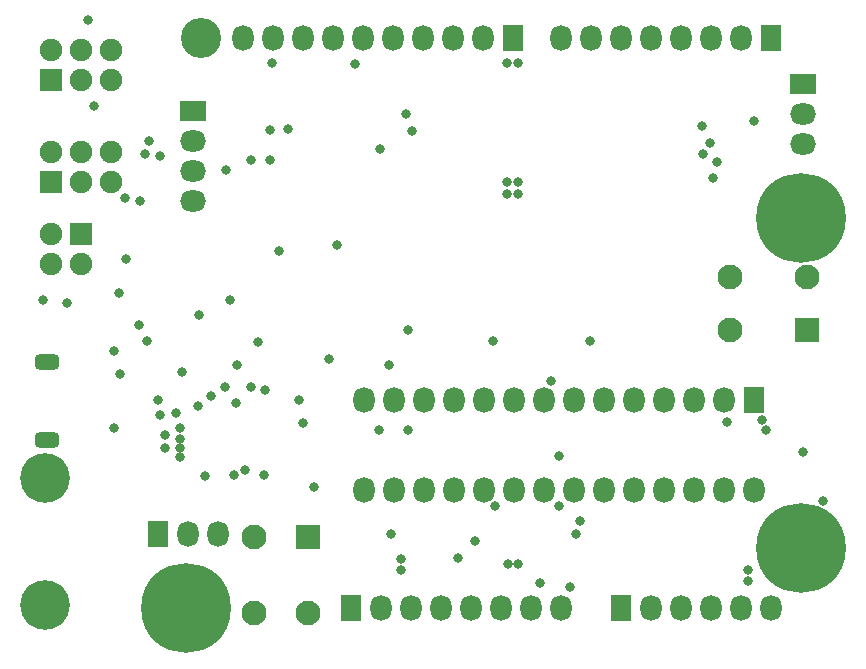
<source format=gbs>
G04*
G04 #@! TF.GenerationSoftware,Altium Limited,Altium Designer,20.0.7 (75)*
G04*
G04 Layer_Color=16711935*
%FSLAX44Y44*%
%MOMM*%
G71*
G01*
G75*
%ADD53R,2.1000X2.1000*%
%ADD60O,1.8000X2.2000*%
%ADD61R,1.8000X2.2000*%
%ADD62C,2.1000*%
%ADD63R,2.1000X2.1000*%
%ADD64C,4.2000*%
%ADD65C,1.9000*%
%ADD66R,1.9000X1.9000*%
%ADD67C,3.4000*%
%ADD68C,7.6000*%
%ADD69O,2.2000X1.8000*%
%ADD70R,2.2000X1.8000*%
G04:AMPARAMS|DCode=71|XSize=2.1mm|YSize=1.3mm|CornerRadius=0.41mm|HoleSize=0mm|Usage=FLASHONLY|Rotation=0.000|XOffset=0mm|YOffset=0mm|HoleType=Round|Shape=RoundedRectangle|*
%AMROUNDEDRECTD71*
21,1,2.1000,0.4800,0,0,0.0*
21,1,1.2800,1.3000,0,0,0.0*
1,1,0.8200,0.6400,-0.2400*
1,1,0.8200,-0.6400,-0.2400*
1,1,0.8200,-0.6400,0.2400*
1,1,0.8200,0.6400,0.2400*
%
%ADD71ROUNDEDRECTD71*%
%ADD72C,0.8000*%
D53*
X243000Y86000D02*
D03*
D60*
X290450Y125730D02*
D03*
X315850D02*
D03*
X341250D02*
D03*
X366650D02*
D03*
X392050D02*
D03*
X417450D02*
D03*
X442850D02*
D03*
X468250D02*
D03*
X493650D02*
D03*
X519050D02*
D03*
X544450D02*
D03*
X569850D02*
D03*
X595250D02*
D03*
X620650D02*
D03*
X290450Y201930D02*
D03*
X315850D02*
D03*
X341250D02*
D03*
X366650D02*
D03*
X392050D02*
D03*
X417450D02*
D03*
X442850D02*
D03*
X468250D02*
D03*
X493650D02*
D03*
X519050D02*
D03*
X544450D02*
D03*
X569850D02*
D03*
X595250D02*
D03*
X533400Y25400D02*
D03*
X558800D02*
D03*
X584200D02*
D03*
X609600D02*
D03*
X635000D02*
D03*
X391160Y508000D02*
D03*
X365760D02*
D03*
X340360D02*
D03*
X314960D02*
D03*
X289560D02*
D03*
X264160D02*
D03*
X238760D02*
D03*
X213360D02*
D03*
X187960D02*
D03*
X457200Y25400D02*
D03*
X431800D02*
D03*
X406400D02*
D03*
X381000D02*
D03*
X355600D02*
D03*
X330200D02*
D03*
X304800D02*
D03*
X457200Y508000D02*
D03*
X482600D02*
D03*
X508000D02*
D03*
X533400D02*
D03*
X558800D02*
D03*
X584200D02*
D03*
X609600D02*
D03*
X167000Y88000D02*
D03*
X141600D02*
D03*
D61*
X620650Y201930D02*
D03*
X508000Y25400D02*
D03*
X416560Y508000D02*
D03*
X279400Y25400D02*
D03*
X635000Y508000D02*
D03*
X116200Y88000D02*
D03*
D62*
X601000Y261000D02*
D03*
Y306000D02*
D03*
X666000D02*
D03*
X243000Y21000D02*
D03*
X198000D02*
D03*
Y86000D02*
D03*
D63*
X666000Y261000D02*
D03*
D64*
X21000Y28000D02*
D03*
Y136000D02*
D03*
D65*
X76200Y497840D02*
D03*
X50800D02*
D03*
X25400D02*
D03*
X76200Y472440D02*
D03*
X50800D02*
D03*
X76200Y411480D02*
D03*
X50800D02*
D03*
X25400D02*
D03*
X76200Y386080D02*
D03*
X50800D02*
D03*
X25400Y316600D02*
D03*
X50800D02*
D03*
X25400Y342000D02*
D03*
D66*
Y472440D02*
D03*
Y386080D02*
D03*
X50800Y342000D02*
D03*
D67*
X152400Y508000D02*
D03*
D68*
X139700Y25400D02*
D03*
X660400Y76200D02*
D03*
Y355600D02*
D03*
D69*
X146000Y369800D02*
D03*
Y395200D02*
D03*
Y420600D02*
D03*
X662000Y418200D02*
D03*
Y443600D02*
D03*
D70*
X146000Y446000D02*
D03*
X662000Y469000D02*
D03*
D71*
X21995Y234000D02*
D03*
Y168000D02*
D03*
D72*
X183000Y231500D02*
D03*
X219000Y328000D02*
D03*
X213000Y487000D02*
D03*
X304000Y414000D02*
D03*
X174000Y396000D02*
D03*
X182000Y199000D02*
D03*
X107000Y252000D02*
D03*
X122000Y161000D02*
D03*
Y172000D02*
D03*
X135000Y153000D02*
D03*
Y161000D02*
D03*
Y169000D02*
D03*
Y178000D02*
D03*
X412000Y487000D02*
D03*
X421000D02*
D03*
Y376000D02*
D03*
Y386000D02*
D03*
X412000Y376000D02*
D03*
X328000Y176000D02*
D03*
X412000Y386000D02*
D03*
X328000Y261000D02*
D03*
X312000Y231000D02*
D03*
X326000Y444000D02*
D03*
X331000Y429000D02*
D03*
X239000Y182000D02*
D03*
X578000Y410000D02*
D03*
X584000Y419000D02*
D03*
X577000Y434000D02*
D03*
X616000Y48000D02*
D03*
Y58000D02*
D03*
X201000Y251000D02*
D03*
X177000Y286000D02*
D03*
X679000Y116000D02*
D03*
X456000Y154000D02*
D03*
X402000Y112000D02*
D03*
X413000Y63000D02*
D03*
X465000Y43000D02*
D03*
X440000Y47000D02*
D03*
X385000Y82000D02*
D03*
X370000Y68000D02*
D03*
X322000Y67000D02*
D03*
X39000Y284000D02*
D03*
X89000Y321000D02*
D03*
X105000Y410000D02*
D03*
X109000Y421000D02*
D03*
X207000Y210000D02*
D03*
X235750Y201750D02*
D03*
X156000Y137000D02*
D03*
X181000Y138000D02*
D03*
X283000Y486000D02*
D03*
X597751Y183000D02*
D03*
X621000Y438000D02*
D03*
X586000Y390000D02*
D03*
X590000Y403000D02*
D03*
X79000Y178000D02*
D03*
X211000Y430000D02*
D03*
X195000Y405000D02*
D03*
X314000Y88000D02*
D03*
X421000Y63000D02*
D03*
X62250Y450750D02*
D03*
X321750Y58000D02*
D03*
X136500Y225000D02*
D03*
X79000Y243000D02*
D03*
X248000Y128000D02*
D03*
X151000Y274000D02*
D03*
X84500Y223500D02*
D03*
X455450Y111830D02*
D03*
X100000Y265000D02*
D03*
X628000Y185000D02*
D03*
X83000Y292000D02*
D03*
X226490Y431490D02*
D03*
X470000Y88000D02*
D03*
X449000Y218000D02*
D03*
X482000Y252000D02*
D03*
X400000D02*
D03*
X173000Y212500D02*
D03*
X195000D02*
D03*
X261000Y236000D02*
D03*
X268000Y333000D02*
D03*
X57000Y523000D02*
D03*
X631000Y176000D02*
D03*
X206000Y138000D02*
D03*
X190000Y142000D02*
D03*
X118000Y408000D02*
D03*
X19000Y286000D02*
D03*
X116340Y201840D02*
D03*
X150000Y197000D02*
D03*
X131500Y191000D02*
D03*
X88000Y373000D02*
D03*
X101000Y370000D02*
D03*
X303000Y176000D02*
D03*
X474000Y99000D02*
D03*
X161000Y205000D02*
D03*
X118000Y189000D02*
D03*
X211000Y405000D02*
D03*
X662686Y157988D02*
D03*
M02*

</source>
